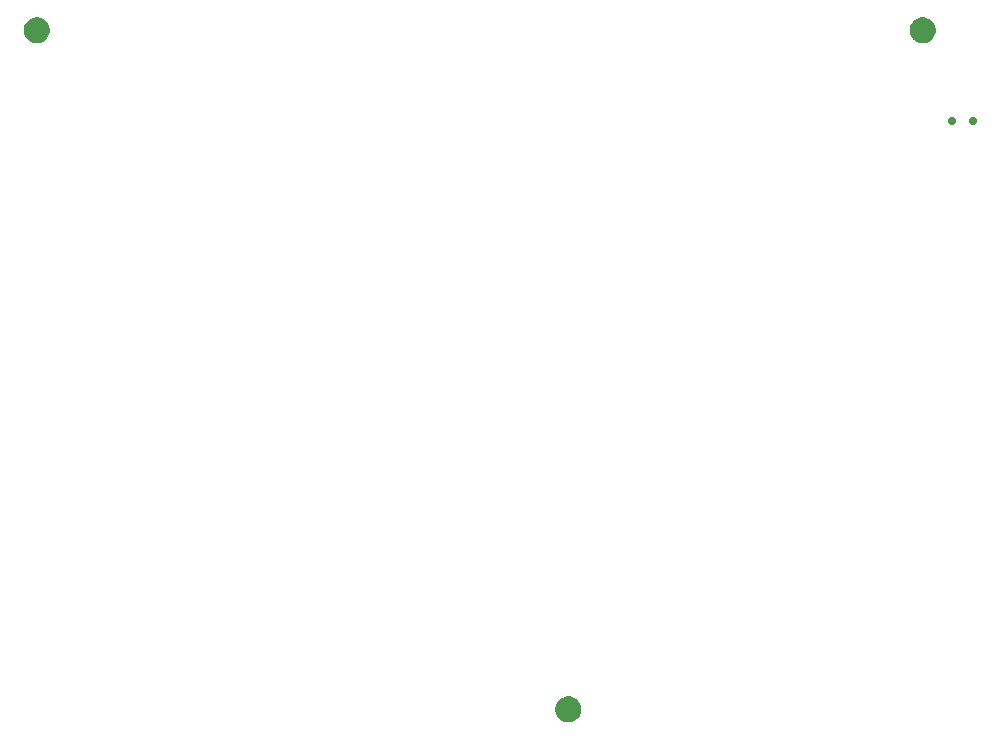
<source format=gbr>
%TF.GenerationSoftware,Altium Limited,Altium Designer,20.2.6 (244)*%
G04 Layer_Color=0*
%FSLAX45Y45*%
%MOMM*%
%TF.SameCoordinates,65E78103-6D03-462D-AAE3-041F84C347C7*%
%TF.FilePolarity,Positive*%
%TF.FileFunction,NonPlated,1,4,NPTH,Drill*%
%TF.Part,Single*%
G01*
G75*
%TA.AperFunction,ComponentDrill*%
%ADD140C,0.72000*%
G36*
X6390000Y2750000D02*
Y2739166D01*
X6394227Y2717914D01*
X6402519Y2697895D01*
X6414557Y2679879D01*
X6429879Y2664557D01*
X6447895Y2652519D01*
X6467914Y2644227D01*
X6489166Y2640000D01*
X6500000D01*
X6510834D01*
X6532086Y2644227D01*
X6552104Y2652519D01*
X6570121Y2664557D01*
X6585443Y2679879D01*
X6597481Y2697895D01*
X6605773Y2717914D01*
X6610000Y2739166D01*
Y2750000D01*
Y2760834D01*
X6605773Y2782086D01*
X6597481Y2802105D01*
X6585443Y2820121D01*
X6570121Y2835443D01*
X6552104Y2847481D01*
X6532086Y2855773D01*
X6510834Y2860000D01*
X6500000D01*
X6489166D01*
X6467914Y2855773D01*
X6447895Y2847481D01*
X6429879Y2835443D01*
X6414557Y2820121D01*
X6402519Y2802105D01*
X6394227Y2782086D01*
X6390000Y2760834D01*
Y2750000D01*
D01*
D02*
G37*
G36*
X2000000Y8390000D02*
X1989166D01*
X1967914Y8394227D01*
X1947895Y8402519D01*
X1929879Y8414557D01*
X1914557Y8429879D01*
X1902519Y8447895D01*
X1894227Y8467914D01*
X1890000Y8489166D01*
Y8500000D01*
Y8510834D01*
X1894227Y8532086D01*
X1902519Y8552105D01*
X1914557Y8570121D01*
X1929879Y8585443D01*
X1947895Y8597481D01*
X1967914Y8605773D01*
X1989166Y8610000D01*
X2000000D01*
X2010834D01*
X2032086Y8605773D01*
X2052105Y8597481D01*
X2070121Y8585443D01*
X2085443Y8570121D01*
X2097481Y8552105D01*
X2105773Y8532086D01*
X2110000Y8510834D01*
Y8500000D01*
Y8489166D01*
X2105773Y8467914D01*
X2097481Y8447895D01*
X2085443Y8429879D01*
X2070121Y8414557D01*
X2052105Y8402519D01*
X2032086Y8394227D01*
X2010834Y8390000D01*
X2000000D01*
D01*
D02*
G37*
G36*
X9390000Y8500000D02*
Y8489166D01*
X9394227Y8467914D01*
X9402519Y8447895D01*
X9414557Y8429879D01*
X9429879Y8414557D01*
X9447895Y8402519D01*
X9467914Y8394227D01*
X9489166Y8390000D01*
X9500000D01*
X9510834D01*
X9532086Y8394227D01*
X9552105Y8402519D01*
X9570121Y8414557D01*
X9585443Y8429879D01*
X9597481Y8447895D01*
X9605773Y8467914D01*
X9610000Y8489166D01*
Y8500000D01*
Y8510834D01*
X9605773Y8532086D01*
X9597481Y8552105D01*
X9585443Y8570121D01*
X9570121Y8585443D01*
X9552105Y8597481D01*
X9532086Y8605773D01*
X9510834Y8610000D01*
X9500000D01*
X9489166D01*
X9467914Y8605773D01*
X9447895Y8597481D01*
X9429879Y8585443D01*
X9414557Y8570121D01*
X9402519Y8552105D01*
X9394227Y8532086D01*
X9390000Y8510834D01*
Y8500000D01*
D01*
D02*
G37*
D140*
X9750000Y7730000D02*
D03*
X9930000D02*
D03*
%TF.MD5,3a74d94d156d86e36adeeb22c19644df*%
M02*

</source>
